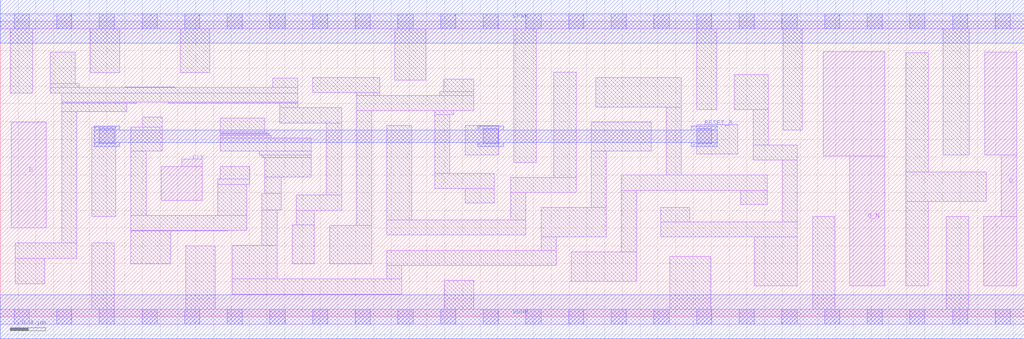
<source format=lef>
# Copyright 2020 The SkyWater PDK Authors
#
# Licensed under the Apache License, Version 2.0 (the "License");
# you may not use this file except in compliance with the License.
# You may obtain a copy of the License at
#
#     https://www.apache.org/licenses/LICENSE-2.0
#
# Unless required by applicable law or agreed to in writing, software
# distributed under the License is distributed on an "AS IS" BASIS,
# WITHOUT WARRANTIES OR CONDITIONS OF ANY KIND, either express or implied.
# See the License for the specific language governing permissions and
# limitations under the License.
#
# SPDX-License-Identifier: Apache-2.0

VERSION 5.7 ;
  NOWIREEXTENSIONATPIN ON ;
  DIVIDERCHAR "/" ;
  BUSBITCHARS "[]" ;
UNITS
  DATABASE MICRONS 200 ;
END UNITS
MACRO sky130_fd_sc_ls__dfrbp_1
  CLASS CORE ;
  FOREIGN sky130_fd_sc_ls__dfrbp_1 ;
  ORIGIN  0.000000  0.000000 ;
  SIZE  11.52000 BY  3.330000 ;
  SYMMETRY X Y R90 ;
  SITE unit ;
  PIN D
    ANTENNAGATEAREA  0.126000 ;
    DIRECTION INPUT ;
    USE SIGNAL ;
    PORT
      LAYER li1 ;
        RECT 0.125000 1.000000 0.520000 2.195000 ;
    END
  END D
  PIN Q
    ANTENNADIFFAREA  0.541300 ;
    DIRECTION OUTPUT ;
    USE SIGNAL ;
    PORT
      LAYER li1 ;
        RECT 11.065000 0.350000 11.435000 1.130000 ;
        RECT 11.075000 1.820000 11.435000 2.980000 ;
        RECT 11.265000 1.130000 11.435000 1.820000 ;
    END
  END Q
  PIN Q_N
    ANTENNADIFFAREA  0.951500 ;
    DIRECTION OUTPUT ;
    USE SIGNAL ;
    PORT
      LAYER li1 ;
        RECT 9.260000 1.810000 9.950000 2.985000 ;
        RECT 9.560000 0.350000 9.950000 1.810000 ;
    END
  END Q_N
  PIN RESET_B
    ANTENNAGATEAREA  0.378000 ;
    DIRECTION INPUT ;
    USE SIGNAL ;
    PORT
      LAYER met1 ;
        RECT 1.055000 1.920000 1.345000 1.965000 ;
        RECT 1.055000 1.965000 8.065000 2.105000 ;
        RECT 1.055000 2.105000 1.345000 2.150000 ;
        RECT 5.375000 1.920000 5.665000 1.965000 ;
        RECT 5.375000 2.105000 5.665000 2.150000 ;
        RECT 7.775000 1.920000 8.065000 1.965000 ;
        RECT 7.775000 2.105000 8.065000 2.150000 ;
    END
  END RESET_B
  PIN CLK
    ANTENNAGATEAREA  0.261000 ;
    DIRECTION INPUT ;
    USE CLOCK ;
    PORT
      LAYER li1 ;
        RECT 1.810000 1.310000 2.275000 1.695000 ;
        RECT 2.045000 1.695000 2.275000 1.780000 ;
    END
  END CLK
  PIN VGND
    DIRECTION INOUT ;
    SHAPE ABUTMENT ;
    USE GROUND ;
    PORT
      LAYER met1 ;
        RECT 0.000000 -0.245000 11.520000 0.245000 ;
    END
  END VGND
  PIN VPWR
    DIRECTION INOUT ;
    SHAPE ABUTMENT ;
    USE POWER ;
    PORT
      LAYER met1 ;
        RECT 0.000000 3.085000 11.520000 3.575000 ;
    END
  END VPWR
  OBS
    LAYER li1 ;
      RECT  0.000000 -0.085000 11.520000 0.085000 ;
      RECT  0.000000  3.245000 11.520000 3.415000 ;
      RECT  0.115000  2.520000  0.365000 3.245000 ;
      RECT  0.170000  0.370000  0.500000 0.660000 ;
      RECT  0.170000  0.660000  0.860000 0.830000 ;
      RECT  0.565000  2.520000  3.345000 2.580000 ;
      RECT  0.565000  2.580000  0.890000 2.630000 ;
      RECT  0.565000  2.630000  0.845000 2.980000 ;
      RECT  0.690000  0.830000  0.860000 2.310000 ;
      RECT  0.690000  2.310000  1.425000 2.410000 ;
      RECT  0.690000  2.410000  1.530000 2.420000 ;
      RECT  0.690000  2.420000  3.345000 2.520000 ;
      RECT  1.015000  2.750000  1.345000 3.245000 ;
      RECT  1.030000  0.085000  1.280000 0.830000 ;
      RECT  1.030000  1.130000  1.300000 2.140000 ;
      RECT  1.405000  2.580000  1.965000 2.590000 ;
      RECT  1.470000  0.595000  1.920000 0.970000 ;
      RECT  1.470000  0.970000  2.560000 0.975000 ;
      RECT  1.470000  0.975000  2.775000 1.140000 ;
      RECT  1.470000  1.140000  1.640000 1.865000 ;
      RECT  1.470000  1.865000  1.825000 2.140000 ;
      RECT  1.595000  2.140000  1.825000 2.250000 ;
      RECT  1.890000  2.410000  3.345000 2.420000 ;
      RECT  2.025000  2.750000  2.355000 3.245000 ;
      RECT  2.090000  0.085000  2.420000 0.800000 ;
      RECT  2.445000  1.140000  2.775000 1.490000 ;
      RECT  2.445000  1.490000  2.805000 1.550000 ;
      RECT  2.475000  1.550000  2.805000 1.695000 ;
      RECT  2.475000  1.865000  3.500000 2.015000 ;
      RECT  2.475000  2.015000  3.050000 2.040000 ;
      RECT  2.475000  2.040000  3.025000 2.060000 ;
      RECT  2.475000  2.060000  3.020000 2.065000 ;
      RECT  2.475000  2.065000  3.000000 2.080000 ;
      RECT  2.475000  2.080000  2.975000 2.240000 ;
      RECT  2.610000  0.255000  4.520000 0.425000 ;
      RECT  2.610000  0.425000  3.115000 0.805000 ;
      RECT  2.915000  1.825000  3.500000 1.865000 ;
      RECT  2.945000  0.805000  3.115000 1.205000 ;
      RECT  2.945000  1.205000  3.160000 1.390000 ;
      RECT  2.945000  1.795000  3.500000 1.825000 ;
      RECT  2.975000  1.390000  3.160000 1.575000 ;
      RECT  2.975000  1.575000  3.500000 1.795000 ;
      RECT  3.065000  2.580000  3.345000 2.690000 ;
      RECT  3.145000  2.185000  3.840000 2.355000 ;
      RECT  3.145000  2.355000  3.345000 2.410000 ;
      RECT  3.285000  0.595000  3.535000 1.035000 ;
      RECT  3.330000  1.035000  3.535000 1.200000 ;
      RECT  3.330000  1.200000  3.840000 1.370000 ;
      RECT  3.515000  2.525000  4.270000 2.695000 ;
      RECT  3.670000  1.370000  3.840000 2.185000 ;
      RECT  3.705000  0.595000  4.180000 1.030000 ;
      RECT  4.010000  1.030000  4.180000 2.325000 ;
      RECT  4.010000  2.325000  5.325000 2.495000 ;
      RECT  4.010000  2.495000  4.270000 2.525000 ;
      RECT  4.350000  0.425000  4.520000 0.580000 ;
      RECT  4.350000  0.580000  6.255000 0.750000 ;
      RECT  4.350000  0.920000  5.915000 1.090000 ;
      RECT  4.350000  1.090000  4.630000 2.155000 ;
      RECT  4.440000  2.665000  4.785000 3.245000 ;
      RECT  4.890000  1.445000  5.560000 1.615000 ;
      RECT  4.890000  1.615000  5.060000 2.280000 ;
      RECT  4.890000  2.280000  5.105000 2.325000 ;
      RECT  4.945000  2.495000  5.325000 2.540000 ;
      RECT  4.990000  2.540000  5.325000 2.680000 ;
      RECT  4.995000  0.085000  5.325000 0.410000 ;
      RECT  5.230000  1.285000  5.560000 1.445000 ;
      RECT  5.230000  1.825000  5.610000 2.155000 ;
      RECT  5.745000  1.090000  5.915000 1.400000 ;
      RECT  5.745000  1.400000  6.480000 1.570000 ;
      RECT  5.780000  1.740000  6.030000 3.245000 ;
      RECT  6.085000  0.750000  6.255000 0.900000 ;
      RECT  6.085000  0.900000  6.820000 1.230000 ;
      RECT  6.230000  1.570000  6.480000 2.755000 ;
      RECT  6.425000  0.400000  7.160000 0.730000 ;
      RECT  6.650000  1.230000  6.820000 1.865000 ;
      RECT  6.650000  1.865000  7.325000 2.195000 ;
      RECT  6.700000  2.365000  7.665000 2.695000 ;
      RECT  6.990000  0.730000  7.160000 1.425000 ;
      RECT  6.990000  1.425000  8.630000 1.595000 ;
      RECT  7.430000  0.900000  8.970000 1.070000 ;
      RECT  7.430000  1.070000  7.760000 1.230000 ;
      RECT  7.495000  1.595000  7.665000 2.365000 ;
      RECT  7.535000  0.085000  7.995000 0.680000 ;
      RECT  7.835000  1.835000  8.300000 2.165000 ;
      RECT  7.835000  2.335000  8.060000 3.245000 ;
      RECT  8.260000  2.335000  8.640000 2.730000 ;
      RECT  8.330000  1.265000  8.630000 1.425000 ;
      RECT  8.470000  1.765000  8.970000 1.935000 ;
      RECT  8.470000  1.935000  8.640000 2.335000 ;
      RECT  8.485000  0.350000  8.970000 0.900000 ;
      RECT  8.800000  1.070000  8.970000 1.765000 ;
      RECT  8.810000  2.105000  9.025000 3.245000 ;
      RECT  9.140000  0.085000  9.390000 1.130000 ;
      RECT 10.190000  0.350000 10.440000 1.300000 ;
      RECT 10.190000  1.300000 11.095000 1.630000 ;
      RECT 10.190000  1.630000 10.440000 2.975000 ;
      RECT 10.610000  1.820000 10.905000 3.245000 ;
      RECT 10.645000  0.085000 10.895000 1.130000 ;
    LAYER mcon ;
      RECT  0.155000 -0.085000  0.325000 0.085000 ;
      RECT  0.155000  3.245000  0.325000 3.415000 ;
      RECT  0.635000 -0.085000  0.805000 0.085000 ;
      RECT  0.635000  3.245000  0.805000 3.415000 ;
      RECT  1.115000 -0.085000  1.285000 0.085000 ;
      RECT  1.115000  1.950000  1.285000 2.120000 ;
      RECT  1.115000  3.245000  1.285000 3.415000 ;
      RECT  1.595000 -0.085000  1.765000 0.085000 ;
      RECT  1.595000  3.245000  1.765000 3.415000 ;
      RECT  2.075000 -0.085000  2.245000 0.085000 ;
      RECT  2.075000  3.245000  2.245000 3.415000 ;
      RECT  2.555000 -0.085000  2.725000 0.085000 ;
      RECT  2.555000  3.245000  2.725000 3.415000 ;
      RECT  3.035000 -0.085000  3.205000 0.085000 ;
      RECT  3.035000  3.245000  3.205000 3.415000 ;
      RECT  3.515000 -0.085000  3.685000 0.085000 ;
      RECT  3.515000  3.245000  3.685000 3.415000 ;
      RECT  3.995000 -0.085000  4.165000 0.085000 ;
      RECT  3.995000  3.245000  4.165000 3.415000 ;
      RECT  4.475000 -0.085000  4.645000 0.085000 ;
      RECT  4.475000  3.245000  4.645000 3.415000 ;
      RECT  4.955000 -0.085000  5.125000 0.085000 ;
      RECT  4.955000  3.245000  5.125000 3.415000 ;
      RECT  5.435000 -0.085000  5.605000 0.085000 ;
      RECT  5.435000  1.950000  5.605000 2.120000 ;
      RECT  5.435000  3.245000  5.605000 3.415000 ;
      RECT  5.915000 -0.085000  6.085000 0.085000 ;
      RECT  5.915000  3.245000  6.085000 3.415000 ;
      RECT  6.395000 -0.085000  6.565000 0.085000 ;
      RECT  6.395000  3.245000  6.565000 3.415000 ;
      RECT  6.875000 -0.085000  7.045000 0.085000 ;
      RECT  6.875000  3.245000  7.045000 3.415000 ;
      RECT  7.355000 -0.085000  7.525000 0.085000 ;
      RECT  7.355000  3.245000  7.525000 3.415000 ;
      RECT  7.835000 -0.085000  8.005000 0.085000 ;
      RECT  7.835000  1.950000  8.005000 2.120000 ;
      RECT  7.835000  3.245000  8.005000 3.415000 ;
      RECT  8.315000 -0.085000  8.485000 0.085000 ;
      RECT  8.315000  3.245000  8.485000 3.415000 ;
      RECT  8.795000 -0.085000  8.965000 0.085000 ;
      RECT  8.795000  3.245000  8.965000 3.415000 ;
      RECT  9.275000 -0.085000  9.445000 0.085000 ;
      RECT  9.275000  3.245000  9.445000 3.415000 ;
      RECT  9.755000 -0.085000  9.925000 0.085000 ;
      RECT  9.755000  3.245000  9.925000 3.415000 ;
      RECT 10.235000 -0.085000 10.405000 0.085000 ;
      RECT 10.235000  3.245000 10.405000 3.415000 ;
      RECT 10.715000 -0.085000 10.885000 0.085000 ;
      RECT 10.715000  3.245000 10.885000 3.415000 ;
      RECT 11.195000 -0.085000 11.365000 0.085000 ;
      RECT 11.195000  3.245000 11.365000 3.415000 ;
  END
END sky130_fd_sc_ls__dfrbp_1
END LIBRARY

</source>
